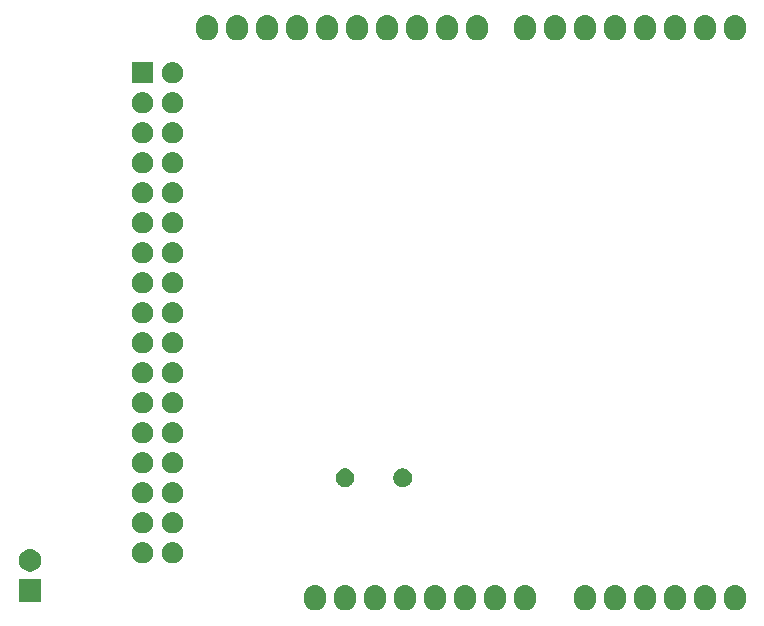
<source format=gbs>
G04 #@! TF.GenerationSoftware,KiCad,Pcbnew,(5.1.6)-1*
G04 #@! TF.CreationDate,2020-07-15T23:06:39+09:00*
G04 #@! TF.ProjectId,fdshield,66647368-6965-46c6-942e-6b696361645f,rev?*
G04 #@! TF.SameCoordinates,Original*
G04 #@! TF.FileFunction,Soldermask,Bot*
G04 #@! TF.FilePolarity,Negative*
%FSLAX46Y46*%
G04 Gerber Fmt 4.6, Leading zero omitted, Abs format (unit mm)*
G04 Created by KiCad (PCBNEW (5.1.6)-1) date 2020-07-15 23:06:39*
%MOMM*%
%LPD*%
G01*
G04 APERTURE LIST*
%ADD10C,0.100000*%
G04 APERTURE END LIST*
D10*
G36*
X139117096Y-122772219D02*
G01*
X139265084Y-122817111D01*
X139289314Y-122824461D01*
X139438947Y-122904442D01*
X139448024Y-122909294D01*
X139587138Y-123023462D01*
X139701306Y-123162575D01*
X139701307Y-123162577D01*
X139786139Y-123321285D01*
X139793489Y-123345515D01*
X139838381Y-123493503D01*
X139851600Y-123627722D01*
X139851600Y-124022277D01*
X139838381Y-124156496D01*
X139793489Y-124304485D01*
X139786139Y-124328715D01*
X139706158Y-124478348D01*
X139701306Y-124487425D01*
X139587138Y-124626538D01*
X139448025Y-124740706D01*
X139448023Y-124740707D01*
X139289315Y-124825539D01*
X139265085Y-124832889D01*
X139117097Y-124877781D01*
X138938000Y-124895420D01*
X138758904Y-124877781D01*
X138610916Y-124832889D01*
X138586686Y-124825539D01*
X138427978Y-124740707D01*
X138427976Y-124740706D01*
X138347115Y-124674345D01*
X138288860Y-124626536D01*
X138174695Y-124487426D01*
X138089861Y-124328715D01*
X138082511Y-124304485D01*
X138037619Y-124156497D01*
X138024400Y-124022278D01*
X138024400Y-123627723D01*
X138037619Y-123493504D01*
X138089860Y-123321290D01*
X138089861Y-123321286D01*
X138174693Y-123162578D01*
X138174694Y-123162576D01*
X138288862Y-123023462D01*
X138427975Y-122909294D01*
X138437052Y-122904442D01*
X138586685Y-122824461D01*
X138610915Y-122817111D01*
X138758903Y-122772219D01*
X138938000Y-122754580D01*
X139117096Y-122772219D01*
G37*
G36*
X172137096Y-122772219D02*
G01*
X172285084Y-122817111D01*
X172309314Y-122824461D01*
X172458947Y-122904442D01*
X172468024Y-122909294D01*
X172607138Y-123023462D01*
X172721306Y-123162575D01*
X172721307Y-123162577D01*
X172806139Y-123321285D01*
X172813489Y-123345515D01*
X172858381Y-123493503D01*
X172871600Y-123627722D01*
X172871600Y-124022277D01*
X172858381Y-124156496D01*
X172813489Y-124304485D01*
X172806139Y-124328715D01*
X172726158Y-124478348D01*
X172721306Y-124487425D01*
X172607138Y-124626538D01*
X172468025Y-124740706D01*
X172468023Y-124740707D01*
X172309315Y-124825539D01*
X172285085Y-124832889D01*
X172137097Y-124877781D01*
X171958000Y-124895420D01*
X171778904Y-124877781D01*
X171630916Y-124832889D01*
X171606686Y-124825539D01*
X171447978Y-124740707D01*
X171447976Y-124740706D01*
X171367115Y-124674345D01*
X171308860Y-124626536D01*
X171194695Y-124487426D01*
X171109861Y-124328715D01*
X171102511Y-124304485D01*
X171057619Y-124156497D01*
X171044400Y-124022278D01*
X171044400Y-123627723D01*
X171057619Y-123493504D01*
X171109860Y-123321290D01*
X171109861Y-123321286D01*
X171194693Y-123162578D01*
X171194694Y-123162576D01*
X171308862Y-123023462D01*
X171447975Y-122909294D01*
X171457052Y-122904442D01*
X171606685Y-122824461D01*
X171630915Y-122817111D01*
X171778903Y-122772219D01*
X171958000Y-122754580D01*
X172137096Y-122772219D01*
G37*
G36*
X174677096Y-122772219D02*
G01*
X174825084Y-122817111D01*
X174849314Y-122824461D01*
X174998947Y-122904442D01*
X175008024Y-122909294D01*
X175147138Y-123023462D01*
X175261306Y-123162575D01*
X175261307Y-123162577D01*
X175346139Y-123321285D01*
X175353489Y-123345515D01*
X175398381Y-123493503D01*
X175411600Y-123627722D01*
X175411600Y-124022277D01*
X175398381Y-124156496D01*
X175353489Y-124304485D01*
X175346139Y-124328715D01*
X175266158Y-124478348D01*
X175261306Y-124487425D01*
X175147138Y-124626538D01*
X175008025Y-124740706D01*
X175008023Y-124740707D01*
X174849315Y-124825539D01*
X174825085Y-124832889D01*
X174677097Y-124877781D01*
X174498000Y-124895420D01*
X174318904Y-124877781D01*
X174170916Y-124832889D01*
X174146686Y-124825539D01*
X173987978Y-124740707D01*
X173987976Y-124740706D01*
X173907115Y-124674345D01*
X173848860Y-124626536D01*
X173734695Y-124487426D01*
X173649861Y-124328715D01*
X173642511Y-124304485D01*
X173597619Y-124156497D01*
X173584400Y-124022278D01*
X173584400Y-123627723D01*
X173597619Y-123493504D01*
X173649860Y-123321290D01*
X173649861Y-123321286D01*
X173734693Y-123162578D01*
X173734694Y-123162576D01*
X173848862Y-123023462D01*
X173987975Y-122909294D01*
X173997052Y-122904442D01*
X174146685Y-122824461D01*
X174170915Y-122817111D01*
X174318903Y-122772219D01*
X174498000Y-122754580D01*
X174677096Y-122772219D01*
G37*
G36*
X169597096Y-122772219D02*
G01*
X169745084Y-122817111D01*
X169769314Y-122824461D01*
X169918947Y-122904442D01*
X169928024Y-122909294D01*
X170067138Y-123023462D01*
X170181306Y-123162575D01*
X170181307Y-123162577D01*
X170266139Y-123321285D01*
X170273489Y-123345515D01*
X170318381Y-123493503D01*
X170331600Y-123627722D01*
X170331600Y-124022277D01*
X170318381Y-124156496D01*
X170273489Y-124304485D01*
X170266139Y-124328715D01*
X170186158Y-124478348D01*
X170181306Y-124487425D01*
X170067138Y-124626538D01*
X169928025Y-124740706D01*
X169928023Y-124740707D01*
X169769315Y-124825539D01*
X169745085Y-124832889D01*
X169597097Y-124877781D01*
X169418000Y-124895420D01*
X169238904Y-124877781D01*
X169090916Y-124832889D01*
X169066686Y-124825539D01*
X168907978Y-124740707D01*
X168907976Y-124740706D01*
X168827115Y-124674345D01*
X168768860Y-124626536D01*
X168654695Y-124487426D01*
X168569861Y-124328715D01*
X168562511Y-124304485D01*
X168517619Y-124156497D01*
X168504400Y-124022278D01*
X168504400Y-123627723D01*
X168517619Y-123493504D01*
X168569860Y-123321290D01*
X168569861Y-123321286D01*
X168654693Y-123162578D01*
X168654694Y-123162576D01*
X168768862Y-123023462D01*
X168907975Y-122909294D01*
X168917052Y-122904442D01*
X169066685Y-122824461D01*
X169090915Y-122817111D01*
X169238903Y-122772219D01*
X169418000Y-122754580D01*
X169597096Y-122772219D01*
G37*
G36*
X167057096Y-122772219D02*
G01*
X167205084Y-122817111D01*
X167229314Y-122824461D01*
X167378947Y-122904442D01*
X167388024Y-122909294D01*
X167527138Y-123023462D01*
X167641306Y-123162575D01*
X167641307Y-123162577D01*
X167726139Y-123321285D01*
X167733489Y-123345515D01*
X167778381Y-123493503D01*
X167791600Y-123627722D01*
X167791600Y-124022277D01*
X167778381Y-124156496D01*
X167733489Y-124304485D01*
X167726139Y-124328715D01*
X167646158Y-124478348D01*
X167641306Y-124487425D01*
X167527138Y-124626538D01*
X167388025Y-124740706D01*
X167388023Y-124740707D01*
X167229315Y-124825539D01*
X167205085Y-124832889D01*
X167057097Y-124877781D01*
X166878000Y-124895420D01*
X166698904Y-124877781D01*
X166550916Y-124832889D01*
X166526686Y-124825539D01*
X166367978Y-124740707D01*
X166367976Y-124740706D01*
X166287115Y-124674345D01*
X166228860Y-124626536D01*
X166114695Y-124487426D01*
X166029861Y-124328715D01*
X166022511Y-124304485D01*
X165977619Y-124156497D01*
X165964400Y-124022278D01*
X165964400Y-123627723D01*
X165977619Y-123493504D01*
X166029860Y-123321290D01*
X166029861Y-123321286D01*
X166114693Y-123162578D01*
X166114694Y-123162576D01*
X166228862Y-123023462D01*
X166367975Y-122909294D01*
X166377052Y-122904442D01*
X166526685Y-122824461D01*
X166550915Y-122817111D01*
X166698903Y-122772219D01*
X166878000Y-122754580D01*
X167057096Y-122772219D01*
G37*
G36*
X164517096Y-122772219D02*
G01*
X164665084Y-122817111D01*
X164689314Y-122824461D01*
X164838947Y-122904442D01*
X164848024Y-122909294D01*
X164987138Y-123023462D01*
X165101306Y-123162575D01*
X165101307Y-123162577D01*
X165186139Y-123321285D01*
X165193489Y-123345515D01*
X165238381Y-123493503D01*
X165251600Y-123627722D01*
X165251600Y-124022277D01*
X165238381Y-124156496D01*
X165193489Y-124304485D01*
X165186139Y-124328715D01*
X165106158Y-124478348D01*
X165101306Y-124487425D01*
X164987138Y-124626538D01*
X164848025Y-124740706D01*
X164848023Y-124740707D01*
X164689315Y-124825539D01*
X164665085Y-124832889D01*
X164517097Y-124877781D01*
X164338000Y-124895420D01*
X164158904Y-124877781D01*
X164010916Y-124832889D01*
X163986686Y-124825539D01*
X163827978Y-124740707D01*
X163827976Y-124740706D01*
X163747115Y-124674345D01*
X163688860Y-124626536D01*
X163574695Y-124487426D01*
X163489861Y-124328715D01*
X163482511Y-124304485D01*
X163437619Y-124156497D01*
X163424400Y-124022278D01*
X163424400Y-123627723D01*
X163437619Y-123493504D01*
X163489860Y-123321290D01*
X163489861Y-123321286D01*
X163574693Y-123162578D01*
X163574694Y-123162576D01*
X163688862Y-123023462D01*
X163827975Y-122909294D01*
X163837052Y-122904442D01*
X163986685Y-122824461D01*
X164010915Y-122817111D01*
X164158903Y-122772219D01*
X164338000Y-122754580D01*
X164517096Y-122772219D01*
G37*
G36*
X161977096Y-122772219D02*
G01*
X162125084Y-122817111D01*
X162149314Y-122824461D01*
X162298947Y-122904442D01*
X162308024Y-122909294D01*
X162447138Y-123023462D01*
X162561306Y-123162575D01*
X162561307Y-123162577D01*
X162646139Y-123321285D01*
X162653489Y-123345515D01*
X162698381Y-123493503D01*
X162711600Y-123627722D01*
X162711600Y-124022277D01*
X162698381Y-124156496D01*
X162653489Y-124304485D01*
X162646139Y-124328715D01*
X162566158Y-124478348D01*
X162561306Y-124487425D01*
X162447138Y-124626538D01*
X162308025Y-124740706D01*
X162308023Y-124740707D01*
X162149315Y-124825539D01*
X162125085Y-124832889D01*
X161977097Y-124877781D01*
X161798000Y-124895420D01*
X161618904Y-124877781D01*
X161470916Y-124832889D01*
X161446686Y-124825539D01*
X161287978Y-124740707D01*
X161287976Y-124740706D01*
X161207115Y-124674345D01*
X161148860Y-124626536D01*
X161034695Y-124487426D01*
X160949861Y-124328715D01*
X160942511Y-124304485D01*
X160897619Y-124156497D01*
X160884400Y-124022278D01*
X160884400Y-123627723D01*
X160897619Y-123493504D01*
X160949860Y-123321290D01*
X160949861Y-123321286D01*
X161034693Y-123162578D01*
X161034694Y-123162576D01*
X161148862Y-123023462D01*
X161287975Y-122909294D01*
X161297052Y-122904442D01*
X161446685Y-122824461D01*
X161470915Y-122817111D01*
X161618903Y-122772219D01*
X161798000Y-122754580D01*
X161977096Y-122772219D01*
G37*
G36*
X156897096Y-122772219D02*
G01*
X157045084Y-122817111D01*
X157069314Y-122824461D01*
X157218947Y-122904442D01*
X157228024Y-122909294D01*
X157367138Y-123023462D01*
X157481306Y-123162575D01*
X157481307Y-123162577D01*
X157566139Y-123321285D01*
X157573489Y-123345515D01*
X157618381Y-123493503D01*
X157631600Y-123627722D01*
X157631600Y-124022277D01*
X157618381Y-124156496D01*
X157573489Y-124304485D01*
X157566139Y-124328715D01*
X157486158Y-124478348D01*
X157481306Y-124487425D01*
X157367138Y-124626538D01*
X157228025Y-124740706D01*
X157228023Y-124740707D01*
X157069315Y-124825539D01*
X157045085Y-124832889D01*
X156897097Y-124877781D01*
X156718000Y-124895420D01*
X156538904Y-124877781D01*
X156390916Y-124832889D01*
X156366686Y-124825539D01*
X156207978Y-124740707D01*
X156207976Y-124740706D01*
X156127115Y-124674345D01*
X156068860Y-124626536D01*
X155954695Y-124487426D01*
X155869861Y-124328715D01*
X155862511Y-124304485D01*
X155817619Y-124156497D01*
X155804400Y-124022278D01*
X155804400Y-123627723D01*
X155817619Y-123493504D01*
X155869860Y-123321290D01*
X155869861Y-123321286D01*
X155954693Y-123162578D01*
X155954694Y-123162576D01*
X156068862Y-123023462D01*
X156207975Y-122909294D01*
X156217052Y-122904442D01*
X156366685Y-122824461D01*
X156390915Y-122817111D01*
X156538903Y-122772219D01*
X156718000Y-122754580D01*
X156897096Y-122772219D01*
G37*
G36*
X151817096Y-122772219D02*
G01*
X151965084Y-122817111D01*
X151989314Y-122824461D01*
X152138947Y-122904442D01*
X152148024Y-122909294D01*
X152287138Y-123023462D01*
X152401306Y-123162575D01*
X152401307Y-123162577D01*
X152486139Y-123321285D01*
X152493489Y-123345515D01*
X152538381Y-123493503D01*
X152551600Y-123627722D01*
X152551600Y-124022277D01*
X152538381Y-124156496D01*
X152493489Y-124304485D01*
X152486139Y-124328715D01*
X152406158Y-124478348D01*
X152401306Y-124487425D01*
X152287138Y-124626538D01*
X152148025Y-124740706D01*
X152148023Y-124740707D01*
X151989315Y-124825539D01*
X151965085Y-124832889D01*
X151817097Y-124877781D01*
X151638000Y-124895420D01*
X151458904Y-124877781D01*
X151310916Y-124832889D01*
X151286686Y-124825539D01*
X151127978Y-124740707D01*
X151127976Y-124740706D01*
X151047115Y-124674345D01*
X150988860Y-124626536D01*
X150874695Y-124487426D01*
X150789861Y-124328715D01*
X150782511Y-124304485D01*
X150737619Y-124156497D01*
X150724400Y-124022278D01*
X150724400Y-123627723D01*
X150737619Y-123493504D01*
X150789860Y-123321290D01*
X150789861Y-123321286D01*
X150874693Y-123162578D01*
X150874694Y-123162576D01*
X150988862Y-123023462D01*
X151127975Y-122909294D01*
X151137052Y-122904442D01*
X151286685Y-122824461D01*
X151310915Y-122817111D01*
X151458903Y-122772219D01*
X151638000Y-122754580D01*
X151817096Y-122772219D01*
G37*
G36*
X149277096Y-122772219D02*
G01*
X149425084Y-122817111D01*
X149449314Y-122824461D01*
X149598947Y-122904442D01*
X149608024Y-122909294D01*
X149747138Y-123023462D01*
X149861306Y-123162575D01*
X149861307Y-123162577D01*
X149946139Y-123321285D01*
X149953489Y-123345515D01*
X149998381Y-123493503D01*
X150011600Y-123627722D01*
X150011600Y-124022277D01*
X149998381Y-124156496D01*
X149953489Y-124304485D01*
X149946139Y-124328715D01*
X149866158Y-124478348D01*
X149861306Y-124487425D01*
X149747138Y-124626538D01*
X149608025Y-124740706D01*
X149608023Y-124740707D01*
X149449315Y-124825539D01*
X149425085Y-124832889D01*
X149277097Y-124877781D01*
X149098000Y-124895420D01*
X148918904Y-124877781D01*
X148770916Y-124832889D01*
X148746686Y-124825539D01*
X148587978Y-124740707D01*
X148587976Y-124740706D01*
X148507115Y-124674345D01*
X148448860Y-124626536D01*
X148334695Y-124487426D01*
X148249861Y-124328715D01*
X148242511Y-124304485D01*
X148197619Y-124156497D01*
X148184400Y-124022278D01*
X148184400Y-123627723D01*
X148197619Y-123493504D01*
X148249860Y-123321290D01*
X148249861Y-123321286D01*
X148334693Y-123162578D01*
X148334694Y-123162576D01*
X148448862Y-123023462D01*
X148587975Y-122909294D01*
X148597052Y-122904442D01*
X148746685Y-122824461D01*
X148770915Y-122817111D01*
X148918903Y-122772219D01*
X149098000Y-122754580D01*
X149277096Y-122772219D01*
G37*
G36*
X146737096Y-122772219D02*
G01*
X146885084Y-122817111D01*
X146909314Y-122824461D01*
X147058947Y-122904442D01*
X147068024Y-122909294D01*
X147207138Y-123023462D01*
X147321306Y-123162575D01*
X147321307Y-123162577D01*
X147406139Y-123321285D01*
X147413489Y-123345515D01*
X147458381Y-123493503D01*
X147471600Y-123627722D01*
X147471600Y-124022277D01*
X147458381Y-124156496D01*
X147413489Y-124304485D01*
X147406139Y-124328715D01*
X147326158Y-124478348D01*
X147321306Y-124487425D01*
X147207138Y-124626538D01*
X147068025Y-124740706D01*
X147068023Y-124740707D01*
X146909315Y-124825539D01*
X146885085Y-124832889D01*
X146737097Y-124877781D01*
X146558000Y-124895420D01*
X146378904Y-124877781D01*
X146230916Y-124832889D01*
X146206686Y-124825539D01*
X146047978Y-124740707D01*
X146047976Y-124740706D01*
X145967115Y-124674345D01*
X145908860Y-124626536D01*
X145794695Y-124487426D01*
X145709861Y-124328715D01*
X145702511Y-124304485D01*
X145657619Y-124156497D01*
X145644400Y-124022278D01*
X145644400Y-123627723D01*
X145657619Y-123493504D01*
X145709860Y-123321290D01*
X145709861Y-123321286D01*
X145794693Y-123162578D01*
X145794694Y-123162576D01*
X145908862Y-123023462D01*
X146047975Y-122909294D01*
X146057052Y-122904442D01*
X146206685Y-122824461D01*
X146230915Y-122817111D01*
X146378903Y-122772219D01*
X146558000Y-122754580D01*
X146737096Y-122772219D01*
G37*
G36*
X144197096Y-122772219D02*
G01*
X144345084Y-122817111D01*
X144369314Y-122824461D01*
X144518947Y-122904442D01*
X144528024Y-122909294D01*
X144667138Y-123023462D01*
X144781306Y-123162575D01*
X144781307Y-123162577D01*
X144866139Y-123321285D01*
X144873489Y-123345515D01*
X144918381Y-123493503D01*
X144931600Y-123627722D01*
X144931600Y-124022277D01*
X144918381Y-124156496D01*
X144873489Y-124304485D01*
X144866139Y-124328715D01*
X144786158Y-124478348D01*
X144781306Y-124487425D01*
X144667138Y-124626538D01*
X144528025Y-124740706D01*
X144528023Y-124740707D01*
X144369315Y-124825539D01*
X144345085Y-124832889D01*
X144197097Y-124877781D01*
X144018000Y-124895420D01*
X143838904Y-124877781D01*
X143690916Y-124832889D01*
X143666686Y-124825539D01*
X143507978Y-124740707D01*
X143507976Y-124740706D01*
X143427115Y-124674345D01*
X143368860Y-124626536D01*
X143254695Y-124487426D01*
X143169861Y-124328715D01*
X143162511Y-124304485D01*
X143117619Y-124156497D01*
X143104400Y-124022278D01*
X143104400Y-123627723D01*
X143117619Y-123493504D01*
X143169860Y-123321290D01*
X143169861Y-123321286D01*
X143254693Y-123162578D01*
X143254694Y-123162576D01*
X143368862Y-123023462D01*
X143507975Y-122909294D01*
X143517052Y-122904442D01*
X143666685Y-122824461D01*
X143690915Y-122817111D01*
X143838903Y-122772219D01*
X144018000Y-122754580D01*
X144197096Y-122772219D01*
G37*
G36*
X141657096Y-122772219D02*
G01*
X141805084Y-122817111D01*
X141829314Y-122824461D01*
X141978947Y-122904442D01*
X141988024Y-122909294D01*
X142127138Y-123023462D01*
X142241306Y-123162575D01*
X142241307Y-123162577D01*
X142326139Y-123321285D01*
X142333489Y-123345515D01*
X142378381Y-123493503D01*
X142391600Y-123627722D01*
X142391600Y-124022277D01*
X142378381Y-124156496D01*
X142333489Y-124304485D01*
X142326139Y-124328715D01*
X142246158Y-124478348D01*
X142241306Y-124487425D01*
X142127138Y-124626538D01*
X141988025Y-124740706D01*
X141988023Y-124740707D01*
X141829315Y-124825539D01*
X141805085Y-124832889D01*
X141657097Y-124877781D01*
X141478000Y-124895420D01*
X141298904Y-124877781D01*
X141150916Y-124832889D01*
X141126686Y-124825539D01*
X140967978Y-124740707D01*
X140967976Y-124740706D01*
X140887115Y-124674345D01*
X140828860Y-124626536D01*
X140714695Y-124487426D01*
X140629861Y-124328715D01*
X140622511Y-124304485D01*
X140577619Y-124156497D01*
X140564400Y-124022278D01*
X140564400Y-123627723D01*
X140577619Y-123493504D01*
X140629860Y-123321290D01*
X140629861Y-123321286D01*
X140714693Y-123162578D01*
X140714694Y-123162576D01*
X140828862Y-123023462D01*
X140967975Y-122909294D01*
X140977052Y-122904442D01*
X141126685Y-122824461D01*
X141150915Y-122817111D01*
X141298903Y-122772219D01*
X141478000Y-122754580D01*
X141657096Y-122772219D01*
G37*
G36*
X154357096Y-122772219D02*
G01*
X154505084Y-122817111D01*
X154529314Y-122824461D01*
X154678947Y-122904442D01*
X154688024Y-122909294D01*
X154827138Y-123023462D01*
X154941306Y-123162575D01*
X154941307Y-123162577D01*
X155026139Y-123321285D01*
X155033489Y-123345515D01*
X155078381Y-123493503D01*
X155091600Y-123627722D01*
X155091600Y-124022277D01*
X155078381Y-124156496D01*
X155033489Y-124304485D01*
X155026139Y-124328715D01*
X154946158Y-124478348D01*
X154941306Y-124487425D01*
X154827138Y-124626538D01*
X154688025Y-124740706D01*
X154688023Y-124740707D01*
X154529315Y-124825539D01*
X154505085Y-124832889D01*
X154357097Y-124877781D01*
X154178000Y-124895420D01*
X153998904Y-124877781D01*
X153850916Y-124832889D01*
X153826686Y-124825539D01*
X153667978Y-124740707D01*
X153667976Y-124740706D01*
X153587115Y-124674345D01*
X153528860Y-124626536D01*
X153414695Y-124487426D01*
X153329861Y-124328715D01*
X153322511Y-124304485D01*
X153277619Y-124156497D01*
X153264400Y-124022278D01*
X153264400Y-123627723D01*
X153277619Y-123493504D01*
X153329860Y-123321290D01*
X153329861Y-123321286D01*
X153414693Y-123162578D01*
X153414694Y-123162576D01*
X153528862Y-123023462D01*
X153667975Y-122909294D01*
X153677052Y-122904442D01*
X153826685Y-122824461D01*
X153850915Y-122817111D01*
X153998903Y-122772219D01*
X154178000Y-122754580D01*
X154357096Y-122772219D01*
G37*
G36*
X115758000Y-124140000D02*
G01*
X113858000Y-124140000D01*
X113858000Y-122240000D01*
X115758000Y-122240000D01*
X115758000Y-124140000D01*
G37*
G36*
X115023926Y-119724339D02*
G01*
X115085106Y-119736508D01*
X115257993Y-119808120D01*
X115413591Y-119912088D01*
X115545912Y-120044409D01*
X115649880Y-120200007D01*
X115721492Y-120372894D01*
X115758000Y-120556435D01*
X115758000Y-120743565D01*
X115721492Y-120927106D01*
X115649880Y-121099993D01*
X115545912Y-121255591D01*
X115413591Y-121387912D01*
X115257993Y-121491880D01*
X115085106Y-121563492D01*
X115023926Y-121575661D01*
X114901567Y-121600000D01*
X114714433Y-121600000D01*
X114592074Y-121575661D01*
X114530894Y-121563492D01*
X114358007Y-121491880D01*
X114202409Y-121387912D01*
X114070088Y-121255591D01*
X113966120Y-121099993D01*
X113894508Y-120927106D01*
X113858000Y-120743565D01*
X113858000Y-120556435D01*
X113894508Y-120372894D01*
X113966120Y-120200007D01*
X114070088Y-120044409D01*
X114202409Y-119912088D01*
X114358007Y-119808120D01*
X114530894Y-119736508D01*
X114592074Y-119724339D01*
X114714433Y-119700000D01*
X114901567Y-119700000D01*
X115023926Y-119724339D01*
G37*
G36*
X124595520Y-119149586D02*
G01*
X124759310Y-119217430D01*
X124906717Y-119315924D01*
X125032076Y-119441283D01*
X125130570Y-119588690D01*
X125198414Y-119752480D01*
X125233000Y-119926358D01*
X125233000Y-120103642D01*
X125198414Y-120277520D01*
X125130570Y-120441310D01*
X125032076Y-120588717D01*
X124906717Y-120714076D01*
X124759310Y-120812570D01*
X124595520Y-120880414D01*
X124421642Y-120915000D01*
X124244358Y-120915000D01*
X124070480Y-120880414D01*
X123906690Y-120812570D01*
X123759283Y-120714076D01*
X123633924Y-120588717D01*
X123535430Y-120441310D01*
X123467586Y-120277520D01*
X123433000Y-120103642D01*
X123433000Y-119926358D01*
X123467586Y-119752480D01*
X123535430Y-119588690D01*
X123633924Y-119441283D01*
X123759283Y-119315924D01*
X123906690Y-119217430D01*
X124070480Y-119149586D01*
X124244358Y-119115000D01*
X124421642Y-119115000D01*
X124595520Y-119149586D01*
G37*
G36*
X127135520Y-119149586D02*
G01*
X127299310Y-119217430D01*
X127446717Y-119315924D01*
X127572076Y-119441283D01*
X127670570Y-119588690D01*
X127738414Y-119752480D01*
X127773000Y-119926358D01*
X127773000Y-120103642D01*
X127738414Y-120277520D01*
X127670570Y-120441310D01*
X127572076Y-120588717D01*
X127446717Y-120714076D01*
X127299310Y-120812570D01*
X127135520Y-120880414D01*
X126961642Y-120915000D01*
X126784358Y-120915000D01*
X126610480Y-120880414D01*
X126446690Y-120812570D01*
X126299283Y-120714076D01*
X126173924Y-120588717D01*
X126075430Y-120441310D01*
X126007586Y-120277520D01*
X125973000Y-120103642D01*
X125973000Y-119926358D01*
X126007586Y-119752480D01*
X126075430Y-119588690D01*
X126173924Y-119441283D01*
X126299283Y-119315924D01*
X126446690Y-119217430D01*
X126610480Y-119149586D01*
X126784358Y-119115000D01*
X126961642Y-119115000D01*
X127135520Y-119149586D01*
G37*
G36*
X124595520Y-116609586D02*
G01*
X124759310Y-116677430D01*
X124906717Y-116775924D01*
X125032076Y-116901283D01*
X125130570Y-117048690D01*
X125198414Y-117212480D01*
X125233000Y-117386358D01*
X125233000Y-117563642D01*
X125198414Y-117737520D01*
X125130570Y-117901310D01*
X125032076Y-118048717D01*
X124906717Y-118174076D01*
X124759310Y-118272570D01*
X124595520Y-118340414D01*
X124421642Y-118375000D01*
X124244358Y-118375000D01*
X124070480Y-118340414D01*
X123906690Y-118272570D01*
X123759283Y-118174076D01*
X123633924Y-118048717D01*
X123535430Y-117901310D01*
X123467586Y-117737520D01*
X123433000Y-117563642D01*
X123433000Y-117386358D01*
X123467586Y-117212480D01*
X123535430Y-117048690D01*
X123633924Y-116901283D01*
X123759283Y-116775924D01*
X123906690Y-116677430D01*
X124070480Y-116609586D01*
X124244358Y-116575000D01*
X124421642Y-116575000D01*
X124595520Y-116609586D01*
G37*
G36*
X127135520Y-116609586D02*
G01*
X127299310Y-116677430D01*
X127446717Y-116775924D01*
X127572076Y-116901283D01*
X127670570Y-117048690D01*
X127738414Y-117212480D01*
X127773000Y-117386358D01*
X127773000Y-117563642D01*
X127738414Y-117737520D01*
X127670570Y-117901310D01*
X127572076Y-118048717D01*
X127446717Y-118174076D01*
X127299310Y-118272570D01*
X127135520Y-118340414D01*
X126961642Y-118375000D01*
X126784358Y-118375000D01*
X126610480Y-118340414D01*
X126446690Y-118272570D01*
X126299283Y-118174076D01*
X126173924Y-118048717D01*
X126075430Y-117901310D01*
X126007586Y-117737520D01*
X125973000Y-117563642D01*
X125973000Y-117386358D01*
X126007586Y-117212480D01*
X126075430Y-117048690D01*
X126173924Y-116901283D01*
X126299283Y-116775924D01*
X126446690Y-116677430D01*
X126610480Y-116609586D01*
X126784358Y-116575000D01*
X126961642Y-116575000D01*
X127135520Y-116609586D01*
G37*
G36*
X124595520Y-114069586D02*
G01*
X124759310Y-114137430D01*
X124906717Y-114235924D01*
X125032076Y-114361283D01*
X125130570Y-114508690D01*
X125198414Y-114672480D01*
X125233000Y-114846358D01*
X125233000Y-115023642D01*
X125198414Y-115197520D01*
X125130570Y-115361310D01*
X125032076Y-115508717D01*
X124906717Y-115634076D01*
X124759310Y-115732570D01*
X124595520Y-115800414D01*
X124421642Y-115835000D01*
X124244358Y-115835000D01*
X124070480Y-115800414D01*
X123906690Y-115732570D01*
X123759283Y-115634076D01*
X123633924Y-115508717D01*
X123535430Y-115361310D01*
X123467586Y-115197520D01*
X123433000Y-115023642D01*
X123433000Y-114846358D01*
X123467586Y-114672480D01*
X123535430Y-114508690D01*
X123633924Y-114361283D01*
X123759283Y-114235924D01*
X123906690Y-114137430D01*
X124070480Y-114069586D01*
X124244358Y-114035000D01*
X124421642Y-114035000D01*
X124595520Y-114069586D01*
G37*
G36*
X127135520Y-114069586D02*
G01*
X127299310Y-114137430D01*
X127446717Y-114235924D01*
X127572076Y-114361283D01*
X127670570Y-114508690D01*
X127738414Y-114672480D01*
X127773000Y-114846358D01*
X127773000Y-115023642D01*
X127738414Y-115197520D01*
X127670570Y-115361310D01*
X127572076Y-115508717D01*
X127446717Y-115634076D01*
X127299310Y-115732570D01*
X127135520Y-115800414D01*
X126961642Y-115835000D01*
X126784358Y-115835000D01*
X126610480Y-115800414D01*
X126446690Y-115732570D01*
X126299283Y-115634076D01*
X126173924Y-115508717D01*
X126075430Y-115361310D01*
X126007586Y-115197520D01*
X125973000Y-115023642D01*
X125973000Y-114846358D01*
X126007586Y-114672480D01*
X126075430Y-114508690D01*
X126173924Y-114361283D01*
X126299283Y-114235924D01*
X126446690Y-114137430D01*
X126610480Y-114069586D01*
X126784358Y-114035000D01*
X126961642Y-114035000D01*
X127135520Y-114069586D01*
G37*
G36*
X146591351Y-112895743D02*
G01*
X146736942Y-112956049D01*
X146867970Y-113043599D01*
X146979401Y-113155030D01*
X147066951Y-113286058D01*
X147127257Y-113431649D01*
X147158000Y-113586207D01*
X147158000Y-113743793D01*
X147127257Y-113898351D01*
X147066951Y-114043942D01*
X146979401Y-114174970D01*
X146867970Y-114286401D01*
X146736942Y-114373951D01*
X146591351Y-114434257D01*
X146436793Y-114465000D01*
X146279207Y-114465000D01*
X146124649Y-114434257D01*
X145979058Y-114373951D01*
X145848030Y-114286401D01*
X145736599Y-114174970D01*
X145649049Y-114043942D01*
X145588743Y-113898351D01*
X145558000Y-113743793D01*
X145558000Y-113586207D01*
X145588743Y-113431649D01*
X145649049Y-113286058D01*
X145736599Y-113155030D01*
X145848030Y-113043599D01*
X145979058Y-112956049D01*
X146124649Y-112895743D01*
X146279207Y-112865000D01*
X146436793Y-112865000D01*
X146591351Y-112895743D01*
G37*
G36*
X141711351Y-112895743D02*
G01*
X141856942Y-112956049D01*
X141987970Y-113043599D01*
X142099401Y-113155030D01*
X142186951Y-113286058D01*
X142247257Y-113431649D01*
X142278000Y-113586207D01*
X142278000Y-113743793D01*
X142247257Y-113898351D01*
X142186951Y-114043942D01*
X142099401Y-114174970D01*
X141987970Y-114286401D01*
X141856942Y-114373951D01*
X141711351Y-114434257D01*
X141556793Y-114465000D01*
X141399207Y-114465000D01*
X141244649Y-114434257D01*
X141099058Y-114373951D01*
X140968030Y-114286401D01*
X140856599Y-114174970D01*
X140769049Y-114043942D01*
X140708743Y-113898351D01*
X140678000Y-113743793D01*
X140678000Y-113586207D01*
X140708743Y-113431649D01*
X140769049Y-113286058D01*
X140856599Y-113155030D01*
X140968030Y-113043599D01*
X141099058Y-112956049D01*
X141244649Y-112895743D01*
X141399207Y-112865000D01*
X141556793Y-112865000D01*
X141711351Y-112895743D01*
G37*
G36*
X127135520Y-111529586D02*
G01*
X127299310Y-111597430D01*
X127446717Y-111695924D01*
X127572076Y-111821283D01*
X127670570Y-111968690D01*
X127738414Y-112132480D01*
X127773000Y-112306358D01*
X127773000Y-112483642D01*
X127738414Y-112657520D01*
X127670570Y-112821310D01*
X127572076Y-112968717D01*
X127446717Y-113094076D01*
X127299310Y-113192570D01*
X127135520Y-113260414D01*
X126961642Y-113295000D01*
X126784358Y-113295000D01*
X126610480Y-113260414D01*
X126446690Y-113192570D01*
X126299283Y-113094076D01*
X126173924Y-112968717D01*
X126075430Y-112821310D01*
X126007586Y-112657520D01*
X125973000Y-112483642D01*
X125973000Y-112306358D01*
X126007586Y-112132480D01*
X126075430Y-111968690D01*
X126173924Y-111821283D01*
X126299283Y-111695924D01*
X126446690Y-111597430D01*
X126610480Y-111529586D01*
X126784358Y-111495000D01*
X126961642Y-111495000D01*
X127135520Y-111529586D01*
G37*
G36*
X124595520Y-111529586D02*
G01*
X124759310Y-111597430D01*
X124906717Y-111695924D01*
X125032076Y-111821283D01*
X125130570Y-111968690D01*
X125198414Y-112132480D01*
X125233000Y-112306358D01*
X125233000Y-112483642D01*
X125198414Y-112657520D01*
X125130570Y-112821310D01*
X125032076Y-112968717D01*
X124906717Y-113094076D01*
X124759310Y-113192570D01*
X124595520Y-113260414D01*
X124421642Y-113295000D01*
X124244358Y-113295000D01*
X124070480Y-113260414D01*
X123906690Y-113192570D01*
X123759283Y-113094076D01*
X123633924Y-112968717D01*
X123535430Y-112821310D01*
X123467586Y-112657520D01*
X123433000Y-112483642D01*
X123433000Y-112306358D01*
X123467586Y-112132480D01*
X123535430Y-111968690D01*
X123633924Y-111821283D01*
X123759283Y-111695924D01*
X123906690Y-111597430D01*
X124070480Y-111529586D01*
X124244358Y-111495000D01*
X124421642Y-111495000D01*
X124595520Y-111529586D01*
G37*
G36*
X127135520Y-108989586D02*
G01*
X127299310Y-109057430D01*
X127446717Y-109155924D01*
X127572076Y-109281283D01*
X127670570Y-109428690D01*
X127738414Y-109592480D01*
X127773000Y-109766358D01*
X127773000Y-109943642D01*
X127738414Y-110117520D01*
X127670570Y-110281310D01*
X127572076Y-110428717D01*
X127446717Y-110554076D01*
X127299310Y-110652570D01*
X127135520Y-110720414D01*
X126961642Y-110755000D01*
X126784358Y-110755000D01*
X126610480Y-110720414D01*
X126446690Y-110652570D01*
X126299283Y-110554076D01*
X126173924Y-110428717D01*
X126075430Y-110281310D01*
X126007586Y-110117520D01*
X125973000Y-109943642D01*
X125973000Y-109766358D01*
X126007586Y-109592480D01*
X126075430Y-109428690D01*
X126173924Y-109281283D01*
X126299283Y-109155924D01*
X126446690Y-109057430D01*
X126610480Y-108989586D01*
X126784358Y-108955000D01*
X126961642Y-108955000D01*
X127135520Y-108989586D01*
G37*
G36*
X124595520Y-108989586D02*
G01*
X124759310Y-109057430D01*
X124906717Y-109155924D01*
X125032076Y-109281283D01*
X125130570Y-109428690D01*
X125198414Y-109592480D01*
X125233000Y-109766358D01*
X125233000Y-109943642D01*
X125198414Y-110117520D01*
X125130570Y-110281310D01*
X125032076Y-110428717D01*
X124906717Y-110554076D01*
X124759310Y-110652570D01*
X124595520Y-110720414D01*
X124421642Y-110755000D01*
X124244358Y-110755000D01*
X124070480Y-110720414D01*
X123906690Y-110652570D01*
X123759283Y-110554076D01*
X123633924Y-110428717D01*
X123535430Y-110281310D01*
X123467586Y-110117520D01*
X123433000Y-109943642D01*
X123433000Y-109766358D01*
X123467586Y-109592480D01*
X123535430Y-109428690D01*
X123633924Y-109281283D01*
X123759283Y-109155924D01*
X123906690Y-109057430D01*
X124070480Y-108989586D01*
X124244358Y-108955000D01*
X124421642Y-108955000D01*
X124595520Y-108989586D01*
G37*
G36*
X127135520Y-106449586D02*
G01*
X127299310Y-106517430D01*
X127446717Y-106615924D01*
X127572076Y-106741283D01*
X127670570Y-106888690D01*
X127738414Y-107052480D01*
X127773000Y-107226358D01*
X127773000Y-107403642D01*
X127738414Y-107577520D01*
X127670570Y-107741310D01*
X127572076Y-107888717D01*
X127446717Y-108014076D01*
X127299310Y-108112570D01*
X127135520Y-108180414D01*
X126961642Y-108215000D01*
X126784358Y-108215000D01*
X126610480Y-108180414D01*
X126446690Y-108112570D01*
X126299283Y-108014076D01*
X126173924Y-107888717D01*
X126075430Y-107741310D01*
X126007586Y-107577520D01*
X125973000Y-107403642D01*
X125973000Y-107226358D01*
X126007586Y-107052480D01*
X126075430Y-106888690D01*
X126173924Y-106741283D01*
X126299283Y-106615924D01*
X126446690Y-106517430D01*
X126610480Y-106449586D01*
X126784358Y-106415000D01*
X126961642Y-106415000D01*
X127135520Y-106449586D01*
G37*
G36*
X124595520Y-106449586D02*
G01*
X124759310Y-106517430D01*
X124906717Y-106615924D01*
X125032076Y-106741283D01*
X125130570Y-106888690D01*
X125198414Y-107052480D01*
X125233000Y-107226358D01*
X125233000Y-107403642D01*
X125198414Y-107577520D01*
X125130570Y-107741310D01*
X125032076Y-107888717D01*
X124906717Y-108014076D01*
X124759310Y-108112570D01*
X124595520Y-108180414D01*
X124421642Y-108215000D01*
X124244358Y-108215000D01*
X124070480Y-108180414D01*
X123906690Y-108112570D01*
X123759283Y-108014076D01*
X123633924Y-107888717D01*
X123535430Y-107741310D01*
X123467586Y-107577520D01*
X123433000Y-107403642D01*
X123433000Y-107226358D01*
X123467586Y-107052480D01*
X123535430Y-106888690D01*
X123633924Y-106741283D01*
X123759283Y-106615924D01*
X123906690Y-106517430D01*
X124070480Y-106449586D01*
X124244358Y-106415000D01*
X124421642Y-106415000D01*
X124595520Y-106449586D01*
G37*
G36*
X127135520Y-103909586D02*
G01*
X127299310Y-103977430D01*
X127446717Y-104075924D01*
X127572076Y-104201283D01*
X127670570Y-104348690D01*
X127738414Y-104512480D01*
X127773000Y-104686358D01*
X127773000Y-104863642D01*
X127738414Y-105037520D01*
X127670570Y-105201310D01*
X127572076Y-105348717D01*
X127446717Y-105474076D01*
X127299310Y-105572570D01*
X127135520Y-105640414D01*
X126961642Y-105675000D01*
X126784358Y-105675000D01*
X126610480Y-105640414D01*
X126446690Y-105572570D01*
X126299283Y-105474076D01*
X126173924Y-105348717D01*
X126075430Y-105201310D01*
X126007586Y-105037520D01*
X125973000Y-104863642D01*
X125973000Y-104686358D01*
X126007586Y-104512480D01*
X126075430Y-104348690D01*
X126173924Y-104201283D01*
X126299283Y-104075924D01*
X126446690Y-103977430D01*
X126610480Y-103909586D01*
X126784358Y-103875000D01*
X126961642Y-103875000D01*
X127135520Y-103909586D01*
G37*
G36*
X124595520Y-103909586D02*
G01*
X124759310Y-103977430D01*
X124906717Y-104075924D01*
X125032076Y-104201283D01*
X125130570Y-104348690D01*
X125198414Y-104512480D01*
X125233000Y-104686358D01*
X125233000Y-104863642D01*
X125198414Y-105037520D01*
X125130570Y-105201310D01*
X125032076Y-105348717D01*
X124906717Y-105474076D01*
X124759310Y-105572570D01*
X124595520Y-105640414D01*
X124421642Y-105675000D01*
X124244358Y-105675000D01*
X124070480Y-105640414D01*
X123906690Y-105572570D01*
X123759283Y-105474076D01*
X123633924Y-105348717D01*
X123535430Y-105201310D01*
X123467586Y-105037520D01*
X123433000Y-104863642D01*
X123433000Y-104686358D01*
X123467586Y-104512480D01*
X123535430Y-104348690D01*
X123633924Y-104201283D01*
X123759283Y-104075924D01*
X123906690Y-103977430D01*
X124070480Y-103909586D01*
X124244358Y-103875000D01*
X124421642Y-103875000D01*
X124595520Y-103909586D01*
G37*
G36*
X127135520Y-101369586D02*
G01*
X127299310Y-101437430D01*
X127446717Y-101535924D01*
X127572076Y-101661283D01*
X127670570Y-101808690D01*
X127738414Y-101972480D01*
X127773000Y-102146358D01*
X127773000Y-102323642D01*
X127738414Y-102497520D01*
X127670570Y-102661310D01*
X127572076Y-102808717D01*
X127446717Y-102934076D01*
X127299310Y-103032570D01*
X127135520Y-103100414D01*
X126961642Y-103135000D01*
X126784358Y-103135000D01*
X126610480Y-103100414D01*
X126446690Y-103032570D01*
X126299283Y-102934076D01*
X126173924Y-102808717D01*
X126075430Y-102661310D01*
X126007586Y-102497520D01*
X125973000Y-102323642D01*
X125973000Y-102146358D01*
X126007586Y-101972480D01*
X126075430Y-101808690D01*
X126173924Y-101661283D01*
X126299283Y-101535924D01*
X126446690Y-101437430D01*
X126610480Y-101369586D01*
X126784358Y-101335000D01*
X126961642Y-101335000D01*
X127135520Y-101369586D01*
G37*
G36*
X124595520Y-101369586D02*
G01*
X124759310Y-101437430D01*
X124906717Y-101535924D01*
X125032076Y-101661283D01*
X125130570Y-101808690D01*
X125198414Y-101972480D01*
X125233000Y-102146358D01*
X125233000Y-102323642D01*
X125198414Y-102497520D01*
X125130570Y-102661310D01*
X125032076Y-102808717D01*
X124906717Y-102934076D01*
X124759310Y-103032570D01*
X124595520Y-103100414D01*
X124421642Y-103135000D01*
X124244358Y-103135000D01*
X124070480Y-103100414D01*
X123906690Y-103032570D01*
X123759283Y-102934076D01*
X123633924Y-102808717D01*
X123535430Y-102661310D01*
X123467586Y-102497520D01*
X123433000Y-102323642D01*
X123433000Y-102146358D01*
X123467586Y-101972480D01*
X123535430Y-101808690D01*
X123633924Y-101661283D01*
X123759283Y-101535924D01*
X123906690Y-101437430D01*
X124070480Y-101369586D01*
X124244358Y-101335000D01*
X124421642Y-101335000D01*
X124595520Y-101369586D01*
G37*
G36*
X127135520Y-98829586D02*
G01*
X127299310Y-98897430D01*
X127446717Y-98995924D01*
X127572076Y-99121283D01*
X127670570Y-99268690D01*
X127738414Y-99432480D01*
X127773000Y-99606358D01*
X127773000Y-99783642D01*
X127738414Y-99957520D01*
X127670570Y-100121310D01*
X127572076Y-100268717D01*
X127446717Y-100394076D01*
X127299310Y-100492570D01*
X127135520Y-100560414D01*
X126961642Y-100595000D01*
X126784358Y-100595000D01*
X126610480Y-100560414D01*
X126446690Y-100492570D01*
X126299283Y-100394076D01*
X126173924Y-100268717D01*
X126075430Y-100121310D01*
X126007586Y-99957520D01*
X125973000Y-99783642D01*
X125973000Y-99606358D01*
X126007586Y-99432480D01*
X126075430Y-99268690D01*
X126173924Y-99121283D01*
X126299283Y-98995924D01*
X126446690Y-98897430D01*
X126610480Y-98829586D01*
X126784358Y-98795000D01*
X126961642Y-98795000D01*
X127135520Y-98829586D01*
G37*
G36*
X124595520Y-98829586D02*
G01*
X124759310Y-98897430D01*
X124906717Y-98995924D01*
X125032076Y-99121283D01*
X125130570Y-99268690D01*
X125198414Y-99432480D01*
X125233000Y-99606358D01*
X125233000Y-99783642D01*
X125198414Y-99957520D01*
X125130570Y-100121310D01*
X125032076Y-100268717D01*
X124906717Y-100394076D01*
X124759310Y-100492570D01*
X124595520Y-100560414D01*
X124421642Y-100595000D01*
X124244358Y-100595000D01*
X124070480Y-100560414D01*
X123906690Y-100492570D01*
X123759283Y-100394076D01*
X123633924Y-100268717D01*
X123535430Y-100121310D01*
X123467586Y-99957520D01*
X123433000Y-99783642D01*
X123433000Y-99606358D01*
X123467586Y-99432480D01*
X123535430Y-99268690D01*
X123633924Y-99121283D01*
X123759283Y-98995924D01*
X123906690Y-98897430D01*
X124070480Y-98829586D01*
X124244358Y-98795000D01*
X124421642Y-98795000D01*
X124595520Y-98829586D01*
G37*
G36*
X127135520Y-96289586D02*
G01*
X127299310Y-96357430D01*
X127446717Y-96455924D01*
X127572076Y-96581283D01*
X127670570Y-96728690D01*
X127738414Y-96892480D01*
X127773000Y-97066358D01*
X127773000Y-97243642D01*
X127738414Y-97417520D01*
X127670570Y-97581310D01*
X127572076Y-97728717D01*
X127446717Y-97854076D01*
X127299310Y-97952570D01*
X127135520Y-98020414D01*
X126961642Y-98055000D01*
X126784358Y-98055000D01*
X126610480Y-98020414D01*
X126446690Y-97952570D01*
X126299283Y-97854076D01*
X126173924Y-97728717D01*
X126075430Y-97581310D01*
X126007586Y-97417520D01*
X125973000Y-97243642D01*
X125973000Y-97066358D01*
X126007586Y-96892480D01*
X126075430Y-96728690D01*
X126173924Y-96581283D01*
X126299283Y-96455924D01*
X126446690Y-96357430D01*
X126610480Y-96289586D01*
X126784358Y-96255000D01*
X126961642Y-96255000D01*
X127135520Y-96289586D01*
G37*
G36*
X124595520Y-96289586D02*
G01*
X124759310Y-96357430D01*
X124906717Y-96455924D01*
X125032076Y-96581283D01*
X125130570Y-96728690D01*
X125198414Y-96892480D01*
X125233000Y-97066358D01*
X125233000Y-97243642D01*
X125198414Y-97417520D01*
X125130570Y-97581310D01*
X125032076Y-97728717D01*
X124906717Y-97854076D01*
X124759310Y-97952570D01*
X124595520Y-98020414D01*
X124421642Y-98055000D01*
X124244358Y-98055000D01*
X124070480Y-98020414D01*
X123906690Y-97952570D01*
X123759283Y-97854076D01*
X123633924Y-97728717D01*
X123535430Y-97581310D01*
X123467586Y-97417520D01*
X123433000Y-97243642D01*
X123433000Y-97066358D01*
X123467586Y-96892480D01*
X123535430Y-96728690D01*
X123633924Y-96581283D01*
X123759283Y-96455924D01*
X123906690Y-96357430D01*
X124070480Y-96289586D01*
X124244358Y-96255000D01*
X124421642Y-96255000D01*
X124595520Y-96289586D01*
G37*
G36*
X127135520Y-93749586D02*
G01*
X127299310Y-93817430D01*
X127446717Y-93915924D01*
X127572076Y-94041283D01*
X127670570Y-94188690D01*
X127738414Y-94352480D01*
X127773000Y-94526358D01*
X127773000Y-94703642D01*
X127738414Y-94877520D01*
X127670570Y-95041310D01*
X127572076Y-95188717D01*
X127446717Y-95314076D01*
X127299310Y-95412570D01*
X127135520Y-95480414D01*
X126961642Y-95515000D01*
X126784358Y-95515000D01*
X126610480Y-95480414D01*
X126446690Y-95412570D01*
X126299283Y-95314076D01*
X126173924Y-95188717D01*
X126075430Y-95041310D01*
X126007586Y-94877520D01*
X125973000Y-94703642D01*
X125973000Y-94526358D01*
X126007586Y-94352480D01*
X126075430Y-94188690D01*
X126173924Y-94041283D01*
X126299283Y-93915924D01*
X126446690Y-93817430D01*
X126610480Y-93749586D01*
X126784358Y-93715000D01*
X126961642Y-93715000D01*
X127135520Y-93749586D01*
G37*
G36*
X124595520Y-93749586D02*
G01*
X124759310Y-93817430D01*
X124906717Y-93915924D01*
X125032076Y-94041283D01*
X125130570Y-94188690D01*
X125198414Y-94352480D01*
X125233000Y-94526358D01*
X125233000Y-94703642D01*
X125198414Y-94877520D01*
X125130570Y-95041310D01*
X125032076Y-95188717D01*
X124906717Y-95314076D01*
X124759310Y-95412570D01*
X124595520Y-95480414D01*
X124421642Y-95515000D01*
X124244358Y-95515000D01*
X124070480Y-95480414D01*
X123906690Y-95412570D01*
X123759283Y-95314076D01*
X123633924Y-95188717D01*
X123535430Y-95041310D01*
X123467586Y-94877520D01*
X123433000Y-94703642D01*
X123433000Y-94526358D01*
X123467586Y-94352480D01*
X123535430Y-94188690D01*
X123633924Y-94041283D01*
X123759283Y-93915924D01*
X123906690Y-93817430D01*
X124070480Y-93749586D01*
X124244358Y-93715000D01*
X124421642Y-93715000D01*
X124595520Y-93749586D01*
G37*
G36*
X127135520Y-91209586D02*
G01*
X127299310Y-91277430D01*
X127446717Y-91375924D01*
X127572076Y-91501283D01*
X127670570Y-91648690D01*
X127738414Y-91812480D01*
X127773000Y-91986358D01*
X127773000Y-92163642D01*
X127738414Y-92337520D01*
X127670570Y-92501310D01*
X127572076Y-92648717D01*
X127446717Y-92774076D01*
X127299310Y-92872570D01*
X127135520Y-92940414D01*
X126961642Y-92975000D01*
X126784358Y-92975000D01*
X126610480Y-92940414D01*
X126446690Y-92872570D01*
X126299283Y-92774076D01*
X126173924Y-92648717D01*
X126075430Y-92501310D01*
X126007586Y-92337520D01*
X125973000Y-92163642D01*
X125973000Y-91986358D01*
X126007586Y-91812480D01*
X126075430Y-91648690D01*
X126173924Y-91501283D01*
X126299283Y-91375924D01*
X126446690Y-91277430D01*
X126610480Y-91209586D01*
X126784358Y-91175000D01*
X126961642Y-91175000D01*
X127135520Y-91209586D01*
G37*
G36*
X124595520Y-91209586D02*
G01*
X124759310Y-91277430D01*
X124906717Y-91375924D01*
X125032076Y-91501283D01*
X125130570Y-91648690D01*
X125198414Y-91812480D01*
X125233000Y-91986358D01*
X125233000Y-92163642D01*
X125198414Y-92337520D01*
X125130570Y-92501310D01*
X125032076Y-92648717D01*
X124906717Y-92774076D01*
X124759310Y-92872570D01*
X124595520Y-92940414D01*
X124421642Y-92975000D01*
X124244358Y-92975000D01*
X124070480Y-92940414D01*
X123906690Y-92872570D01*
X123759283Y-92774076D01*
X123633924Y-92648717D01*
X123535430Y-92501310D01*
X123467586Y-92337520D01*
X123433000Y-92163642D01*
X123433000Y-91986358D01*
X123467586Y-91812480D01*
X123535430Y-91648690D01*
X123633924Y-91501283D01*
X123759283Y-91375924D01*
X123906690Y-91277430D01*
X124070480Y-91209586D01*
X124244358Y-91175000D01*
X124421642Y-91175000D01*
X124595520Y-91209586D01*
G37*
G36*
X127135520Y-88669586D02*
G01*
X127299310Y-88737430D01*
X127446717Y-88835924D01*
X127572076Y-88961283D01*
X127670570Y-89108690D01*
X127738414Y-89272480D01*
X127773000Y-89446358D01*
X127773000Y-89623642D01*
X127738414Y-89797520D01*
X127670570Y-89961310D01*
X127572076Y-90108717D01*
X127446717Y-90234076D01*
X127299310Y-90332570D01*
X127135520Y-90400414D01*
X126961642Y-90435000D01*
X126784358Y-90435000D01*
X126610480Y-90400414D01*
X126446690Y-90332570D01*
X126299283Y-90234076D01*
X126173924Y-90108717D01*
X126075430Y-89961310D01*
X126007586Y-89797520D01*
X125973000Y-89623642D01*
X125973000Y-89446358D01*
X126007586Y-89272480D01*
X126075430Y-89108690D01*
X126173924Y-88961283D01*
X126299283Y-88835924D01*
X126446690Y-88737430D01*
X126610480Y-88669586D01*
X126784358Y-88635000D01*
X126961642Y-88635000D01*
X127135520Y-88669586D01*
G37*
G36*
X124595520Y-88669586D02*
G01*
X124759310Y-88737430D01*
X124906717Y-88835924D01*
X125032076Y-88961283D01*
X125130570Y-89108690D01*
X125198414Y-89272480D01*
X125233000Y-89446358D01*
X125233000Y-89623642D01*
X125198414Y-89797520D01*
X125130570Y-89961310D01*
X125032076Y-90108717D01*
X124906717Y-90234076D01*
X124759310Y-90332570D01*
X124595520Y-90400414D01*
X124421642Y-90435000D01*
X124244358Y-90435000D01*
X124070480Y-90400414D01*
X123906690Y-90332570D01*
X123759283Y-90234076D01*
X123633924Y-90108717D01*
X123535430Y-89961310D01*
X123467586Y-89797520D01*
X123433000Y-89623642D01*
X123433000Y-89446358D01*
X123467586Y-89272480D01*
X123535430Y-89108690D01*
X123633924Y-88961283D01*
X123759283Y-88835924D01*
X123906690Y-88737430D01*
X124070480Y-88669586D01*
X124244358Y-88635000D01*
X124421642Y-88635000D01*
X124595520Y-88669586D01*
G37*
G36*
X127135520Y-86129586D02*
G01*
X127299310Y-86197430D01*
X127446717Y-86295924D01*
X127572076Y-86421283D01*
X127670570Y-86568690D01*
X127738414Y-86732480D01*
X127773000Y-86906358D01*
X127773000Y-87083642D01*
X127738414Y-87257520D01*
X127670570Y-87421310D01*
X127572076Y-87568717D01*
X127446717Y-87694076D01*
X127299310Y-87792570D01*
X127135520Y-87860414D01*
X126961642Y-87895000D01*
X126784358Y-87895000D01*
X126610480Y-87860414D01*
X126446690Y-87792570D01*
X126299283Y-87694076D01*
X126173924Y-87568717D01*
X126075430Y-87421310D01*
X126007586Y-87257520D01*
X125973000Y-87083642D01*
X125973000Y-86906358D01*
X126007586Y-86732480D01*
X126075430Y-86568690D01*
X126173924Y-86421283D01*
X126299283Y-86295924D01*
X126446690Y-86197430D01*
X126610480Y-86129586D01*
X126784358Y-86095000D01*
X126961642Y-86095000D01*
X127135520Y-86129586D01*
G37*
G36*
X124595520Y-86129586D02*
G01*
X124759310Y-86197430D01*
X124906717Y-86295924D01*
X125032076Y-86421283D01*
X125130570Y-86568690D01*
X125198414Y-86732480D01*
X125233000Y-86906358D01*
X125233000Y-87083642D01*
X125198414Y-87257520D01*
X125130570Y-87421310D01*
X125032076Y-87568717D01*
X124906717Y-87694076D01*
X124759310Y-87792570D01*
X124595520Y-87860414D01*
X124421642Y-87895000D01*
X124244358Y-87895000D01*
X124070480Y-87860414D01*
X123906690Y-87792570D01*
X123759283Y-87694076D01*
X123633924Y-87568717D01*
X123535430Y-87421310D01*
X123467586Y-87257520D01*
X123433000Y-87083642D01*
X123433000Y-86906358D01*
X123467586Y-86732480D01*
X123535430Y-86568690D01*
X123633924Y-86421283D01*
X123759283Y-86295924D01*
X123906690Y-86197430D01*
X124070480Y-86129586D01*
X124244358Y-86095000D01*
X124421642Y-86095000D01*
X124595520Y-86129586D01*
G37*
G36*
X127135520Y-83589586D02*
G01*
X127299310Y-83657430D01*
X127446717Y-83755924D01*
X127572076Y-83881283D01*
X127670570Y-84028690D01*
X127738414Y-84192480D01*
X127773000Y-84366358D01*
X127773000Y-84543642D01*
X127738414Y-84717520D01*
X127670570Y-84881310D01*
X127572076Y-85028717D01*
X127446717Y-85154076D01*
X127299310Y-85252570D01*
X127135520Y-85320414D01*
X126961642Y-85355000D01*
X126784358Y-85355000D01*
X126610480Y-85320414D01*
X126446690Y-85252570D01*
X126299283Y-85154076D01*
X126173924Y-85028717D01*
X126075430Y-84881310D01*
X126007586Y-84717520D01*
X125973000Y-84543642D01*
X125973000Y-84366358D01*
X126007586Y-84192480D01*
X126075430Y-84028690D01*
X126173924Y-83881283D01*
X126299283Y-83755924D01*
X126446690Y-83657430D01*
X126610480Y-83589586D01*
X126784358Y-83555000D01*
X126961642Y-83555000D01*
X127135520Y-83589586D01*
G37*
G36*
X124595520Y-83589586D02*
G01*
X124759310Y-83657430D01*
X124906717Y-83755924D01*
X125032076Y-83881283D01*
X125130570Y-84028690D01*
X125198414Y-84192480D01*
X125233000Y-84366358D01*
X125233000Y-84543642D01*
X125198414Y-84717520D01*
X125130570Y-84881310D01*
X125032076Y-85028717D01*
X124906717Y-85154076D01*
X124759310Y-85252570D01*
X124595520Y-85320414D01*
X124421642Y-85355000D01*
X124244358Y-85355000D01*
X124070480Y-85320414D01*
X123906690Y-85252570D01*
X123759283Y-85154076D01*
X123633924Y-85028717D01*
X123535430Y-84881310D01*
X123467586Y-84717520D01*
X123433000Y-84543642D01*
X123433000Y-84366358D01*
X123467586Y-84192480D01*
X123535430Y-84028690D01*
X123633924Y-83881283D01*
X123759283Y-83755924D01*
X123906690Y-83657430D01*
X124070480Y-83589586D01*
X124244358Y-83555000D01*
X124421642Y-83555000D01*
X124595520Y-83589586D01*
G37*
G36*
X127135520Y-81049586D02*
G01*
X127299310Y-81117430D01*
X127446717Y-81215924D01*
X127572076Y-81341283D01*
X127670570Y-81488690D01*
X127738414Y-81652480D01*
X127773000Y-81826358D01*
X127773000Y-82003642D01*
X127738414Y-82177520D01*
X127670570Y-82341310D01*
X127572076Y-82488717D01*
X127446717Y-82614076D01*
X127299310Y-82712570D01*
X127135520Y-82780414D01*
X126961642Y-82815000D01*
X126784358Y-82815000D01*
X126610480Y-82780414D01*
X126446690Y-82712570D01*
X126299283Y-82614076D01*
X126173924Y-82488717D01*
X126075430Y-82341310D01*
X126007586Y-82177520D01*
X125973000Y-82003642D01*
X125973000Y-81826358D01*
X126007586Y-81652480D01*
X126075430Y-81488690D01*
X126173924Y-81341283D01*
X126299283Y-81215924D01*
X126446690Y-81117430D01*
X126610480Y-81049586D01*
X126784358Y-81015000D01*
X126961642Y-81015000D01*
X127135520Y-81049586D01*
G37*
G36*
X124595520Y-81049586D02*
G01*
X124759310Y-81117430D01*
X124906717Y-81215924D01*
X125032076Y-81341283D01*
X125130570Y-81488690D01*
X125198414Y-81652480D01*
X125233000Y-81826358D01*
X125233000Y-82003642D01*
X125198414Y-82177520D01*
X125130570Y-82341310D01*
X125032076Y-82488717D01*
X124906717Y-82614076D01*
X124759310Y-82712570D01*
X124595520Y-82780414D01*
X124421642Y-82815000D01*
X124244358Y-82815000D01*
X124070480Y-82780414D01*
X123906690Y-82712570D01*
X123759283Y-82614076D01*
X123633924Y-82488717D01*
X123535430Y-82341310D01*
X123467586Y-82177520D01*
X123433000Y-82003642D01*
X123433000Y-81826358D01*
X123467586Y-81652480D01*
X123535430Y-81488690D01*
X123633924Y-81341283D01*
X123759283Y-81215924D01*
X123906690Y-81117430D01*
X124070480Y-81049586D01*
X124244358Y-81015000D01*
X124421642Y-81015000D01*
X124595520Y-81049586D01*
G37*
G36*
X127135520Y-78509586D02*
G01*
X127299310Y-78577430D01*
X127446717Y-78675924D01*
X127572076Y-78801283D01*
X127670570Y-78948690D01*
X127738414Y-79112480D01*
X127773000Y-79286358D01*
X127773000Y-79463642D01*
X127738414Y-79637520D01*
X127670570Y-79801310D01*
X127572076Y-79948717D01*
X127446717Y-80074076D01*
X127299310Y-80172570D01*
X127135520Y-80240414D01*
X126961642Y-80275000D01*
X126784358Y-80275000D01*
X126610480Y-80240414D01*
X126446690Y-80172570D01*
X126299283Y-80074076D01*
X126173924Y-79948717D01*
X126075430Y-79801310D01*
X126007586Y-79637520D01*
X125973000Y-79463642D01*
X125973000Y-79286358D01*
X126007586Y-79112480D01*
X126075430Y-78948690D01*
X126173924Y-78801283D01*
X126299283Y-78675924D01*
X126446690Y-78577430D01*
X126610480Y-78509586D01*
X126784358Y-78475000D01*
X126961642Y-78475000D01*
X127135520Y-78509586D01*
G37*
G36*
X125233000Y-80275000D02*
G01*
X123433000Y-80275000D01*
X123433000Y-78475000D01*
X125233000Y-78475000D01*
X125233000Y-80275000D01*
G37*
G36*
X129973096Y-74512219D02*
G01*
X130121084Y-74557111D01*
X130145314Y-74564461D01*
X130294947Y-74644442D01*
X130304024Y-74649294D01*
X130443138Y-74763462D01*
X130557306Y-74902575D01*
X130557307Y-74902577D01*
X130642139Y-75061285D01*
X130649489Y-75085515D01*
X130694381Y-75233503D01*
X130707600Y-75367722D01*
X130707600Y-75762277D01*
X130694381Y-75896496D01*
X130649489Y-76044485D01*
X130642139Y-76068715D01*
X130562158Y-76218348D01*
X130557306Y-76227425D01*
X130443138Y-76366538D01*
X130304025Y-76480706D01*
X130304023Y-76480707D01*
X130145315Y-76565539D01*
X130121085Y-76572889D01*
X129973097Y-76617781D01*
X129794000Y-76635420D01*
X129614904Y-76617781D01*
X129466916Y-76572889D01*
X129442686Y-76565539D01*
X129283978Y-76480707D01*
X129283976Y-76480706D01*
X129203115Y-76414345D01*
X129144860Y-76366536D01*
X129030695Y-76227426D01*
X128945861Y-76068715D01*
X128938511Y-76044485D01*
X128893619Y-75896497D01*
X128880400Y-75762278D01*
X128880400Y-75367723D01*
X128893619Y-75233504D01*
X128945860Y-75061290D01*
X128945861Y-75061286D01*
X129030693Y-74902578D01*
X129030694Y-74902576D01*
X129144862Y-74763462D01*
X129283975Y-74649294D01*
X129293052Y-74644442D01*
X129442685Y-74564461D01*
X129466915Y-74557111D01*
X129614903Y-74512219D01*
X129794000Y-74494580D01*
X129973096Y-74512219D01*
G37*
G36*
X172137096Y-74512219D02*
G01*
X172285084Y-74557111D01*
X172309314Y-74564461D01*
X172458947Y-74644442D01*
X172468024Y-74649294D01*
X172607138Y-74763462D01*
X172721306Y-74902575D01*
X172721307Y-74902577D01*
X172806139Y-75061285D01*
X172813489Y-75085515D01*
X172858381Y-75233503D01*
X172871600Y-75367722D01*
X172871600Y-75762277D01*
X172858381Y-75896496D01*
X172813489Y-76044485D01*
X172806139Y-76068715D01*
X172726158Y-76218348D01*
X172721306Y-76227425D01*
X172607138Y-76366538D01*
X172468025Y-76480706D01*
X172468023Y-76480707D01*
X172309315Y-76565539D01*
X172285085Y-76572889D01*
X172137097Y-76617781D01*
X171958000Y-76635420D01*
X171778904Y-76617781D01*
X171630916Y-76572889D01*
X171606686Y-76565539D01*
X171447978Y-76480707D01*
X171447976Y-76480706D01*
X171367115Y-76414345D01*
X171308860Y-76366536D01*
X171194695Y-76227426D01*
X171109861Y-76068715D01*
X171102511Y-76044485D01*
X171057619Y-75896497D01*
X171044400Y-75762278D01*
X171044400Y-75367723D01*
X171057619Y-75233504D01*
X171109860Y-75061290D01*
X171109861Y-75061286D01*
X171194693Y-74902578D01*
X171194694Y-74902576D01*
X171308862Y-74763462D01*
X171447975Y-74649294D01*
X171457052Y-74644442D01*
X171606685Y-74564461D01*
X171630915Y-74557111D01*
X171778903Y-74512219D01*
X171958000Y-74494580D01*
X172137096Y-74512219D01*
G37*
G36*
X169597096Y-74512219D02*
G01*
X169745084Y-74557111D01*
X169769314Y-74564461D01*
X169918947Y-74644442D01*
X169928024Y-74649294D01*
X170067138Y-74763462D01*
X170181306Y-74902575D01*
X170181307Y-74902577D01*
X170266139Y-75061285D01*
X170273489Y-75085515D01*
X170318381Y-75233503D01*
X170331600Y-75367722D01*
X170331600Y-75762277D01*
X170318381Y-75896496D01*
X170273489Y-76044485D01*
X170266139Y-76068715D01*
X170186158Y-76218348D01*
X170181306Y-76227425D01*
X170067138Y-76366538D01*
X169928025Y-76480706D01*
X169928023Y-76480707D01*
X169769315Y-76565539D01*
X169745085Y-76572889D01*
X169597097Y-76617781D01*
X169418000Y-76635420D01*
X169238904Y-76617781D01*
X169090916Y-76572889D01*
X169066686Y-76565539D01*
X168907978Y-76480707D01*
X168907976Y-76480706D01*
X168827115Y-76414345D01*
X168768860Y-76366536D01*
X168654695Y-76227426D01*
X168569861Y-76068715D01*
X168562511Y-76044485D01*
X168517619Y-75896497D01*
X168504400Y-75762278D01*
X168504400Y-75367723D01*
X168517619Y-75233504D01*
X168569860Y-75061290D01*
X168569861Y-75061286D01*
X168654693Y-74902578D01*
X168654694Y-74902576D01*
X168768862Y-74763462D01*
X168907975Y-74649294D01*
X168917052Y-74644442D01*
X169066685Y-74564461D01*
X169090915Y-74557111D01*
X169238903Y-74512219D01*
X169418000Y-74494580D01*
X169597096Y-74512219D01*
G37*
G36*
X167057096Y-74512219D02*
G01*
X167205084Y-74557111D01*
X167229314Y-74564461D01*
X167378947Y-74644442D01*
X167388024Y-74649294D01*
X167527138Y-74763462D01*
X167641306Y-74902575D01*
X167641307Y-74902577D01*
X167726139Y-75061285D01*
X167733489Y-75085515D01*
X167778381Y-75233503D01*
X167791600Y-75367722D01*
X167791600Y-75762277D01*
X167778381Y-75896496D01*
X167733489Y-76044485D01*
X167726139Y-76068715D01*
X167646158Y-76218348D01*
X167641306Y-76227425D01*
X167527138Y-76366538D01*
X167388025Y-76480706D01*
X167388023Y-76480707D01*
X167229315Y-76565539D01*
X167205085Y-76572889D01*
X167057097Y-76617781D01*
X166878000Y-76635420D01*
X166698904Y-76617781D01*
X166550916Y-76572889D01*
X166526686Y-76565539D01*
X166367978Y-76480707D01*
X166367976Y-76480706D01*
X166287115Y-76414345D01*
X166228860Y-76366536D01*
X166114695Y-76227426D01*
X166029861Y-76068715D01*
X166022511Y-76044485D01*
X165977619Y-75896497D01*
X165964400Y-75762278D01*
X165964400Y-75367723D01*
X165977619Y-75233504D01*
X166029860Y-75061290D01*
X166029861Y-75061286D01*
X166114693Y-74902578D01*
X166114694Y-74902576D01*
X166228862Y-74763462D01*
X166367975Y-74649294D01*
X166377052Y-74644442D01*
X166526685Y-74564461D01*
X166550915Y-74557111D01*
X166698903Y-74512219D01*
X166878000Y-74494580D01*
X167057096Y-74512219D01*
G37*
G36*
X164517096Y-74512219D02*
G01*
X164665084Y-74557111D01*
X164689314Y-74564461D01*
X164838947Y-74644442D01*
X164848024Y-74649294D01*
X164987138Y-74763462D01*
X165101306Y-74902575D01*
X165101307Y-74902577D01*
X165186139Y-75061285D01*
X165193489Y-75085515D01*
X165238381Y-75233503D01*
X165251600Y-75367722D01*
X165251600Y-75762277D01*
X165238381Y-75896496D01*
X165193489Y-76044485D01*
X165186139Y-76068715D01*
X165106158Y-76218348D01*
X165101306Y-76227425D01*
X164987138Y-76366538D01*
X164848025Y-76480706D01*
X164848023Y-76480707D01*
X164689315Y-76565539D01*
X164665085Y-76572889D01*
X164517097Y-76617781D01*
X164338000Y-76635420D01*
X164158904Y-76617781D01*
X164010916Y-76572889D01*
X163986686Y-76565539D01*
X163827978Y-76480707D01*
X163827976Y-76480706D01*
X163747115Y-76414345D01*
X163688860Y-76366536D01*
X163574695Y-76227426D01*
X163489861Y-76068715D01*
X163482511Y-76044485D01*
X163437619Y-75896497D01*
X163424400Y-75762278D01*
X163424400Y-75367723D01*
X163437619Y-75233504D01*
X163489860Y-75061290D01*
X163489861Y-75061286D01*
X163574693Y-74902578D01*
X163574694Y-74902576D01*
X163688862Y-74763462D01*
X163827975Y-74649294D01*
X163837052Y-74644442D01*
X163986685Y-74564461D01*
X164010915Y-74557111D01*
X164158903Y-74512219D01*
X164338000Y-74494580D01*
X164517096Y-74512219D01*
G37*
G36*
X161977096Y-74512219D02*
G01*
X162125084Y-74557111D01*
X162149314Y-74564461D01*
X162298947Y-74644442D01*
X162308024Y-74649294D01*
X162447138Y-74763462D01*
X162561306Y-74902575D01*
X162561307Y-74902577D01*
X162646139Y-75061285D01*
X162653489Y-75085515D01*
X162698381Y-75233503D01*
X162711600Y-75367722D01*
X162711600Y-75762277D01*
X162698381Y-75896496D01*
X162653489Y-76044485D01*
X162646139Y-76068715D01*
X162566158Y-76218348D01*
X162561306Y-76227425D01*
X162447138Y-76366538D01*
X162308025Y-76480706D01*
X162308023Y-76480707D01*
X162149315Y-76565539D01*
X162125085Y-76572889D01*
X161977097Y-76617781D01*
X161798000Y-76635420D01*
X161618904Y-76617781D01*
X161470916Y-76572889D01*
X161446686Y-76565539D01*
X161287978Y-76480707D01*
X161287976Y-76480706D01*
X161207115Y-76414345D01*
X161148860Y-76366536D01*
X161034695Y-76227426D01*
X160949861Y-76068715D01*
X160942511Y-76044485D01*
X160897619Y-75896497D01*
X160884400Y-75762278D01*
X160884400Y-75367723D01*
X160897619Y-75233504D01*
X160949860Y-75061290D01*
X160949861Y-75061286D01*
X161034693Y-74902578D01*
X161034694Y-74902576D01*
X161148862Y-74763462D01*
X161287975Y-74649294D01*
X161297052Y-74644442D01*
X161446685Y-74564461D01*
X161470915Y-74557111D01*
X161618903Y-74512219D01*
X161798000Y-74494580D01*
X161977096Y-74512219D01*
G37*
G36*
X159437096Y-74512219D02*
G01*
X159585084Y-74557111D01*
X159609314Y-74564461D01*
X159758947Y-74644442D01*
X159768024Y-74649294D01*
X159907138Y-74763462D01*
X160021306Y-74902575D01*
X160021307Y-74902577D01*
X160106139Y-75061285D01*
X160113489Y-75085515D01*
X160158381Y-75233503D01*
X160171600Y-75367722D01*
X160171600Y-75762277D01*
X160158381Y-75896496D01*
X160113489Y-76044485D01*
X160106139Y-76068715D01*
X160026158Y-76218348D01*
X160021306Y-76227425D01*
X159907138Y-76366538D01*
X159768025Y-76480706D01*
X159768023Y-76480707D01*
X159609315Y-76565539D01*
X159585085Y-76572889D01*
X159437097Y-76617781D01*
X159258000Y-76635420D01*
X159078904Y-76617781D01*
X158930916Y-76572889D01*
X158906686Y-76565539D01*
X158747978Y-76480707D01*
X158747976Y-76480706D01*
X158667115Y-76414345D01*
X158608860Y-76366536D01*
X158494695Y-76227426D01*
X158409861Y-76068715D01*
X158402511Y-76044485D01*
X158357619Y-75896497D01*
X158344400Y-75762278D01*
X158344400Y-75367723D01*
X158357619Y-75233504D01*
X158409860Y-75061290D01*
X158409861Y-75061286D01*
X158494693Y-74902578D01*
X158494694Y-74902576D01*
X158608862Y-74763462D01*
X158747975Y-74649294D01*
X158757052Y-74644442D01*
X158906685Y-74564461D01*
X158930915Y-74557111D01*
X159078903Y-74512219D01*
X159258000Y-74494580D01*
X159437096Y-74512219D01*
G37*
G36*
X156897096Y-74512219D02*
G01*
X157045084Y-74557111D01*
X157069314Y-74564461D01*
X157218947Y-74644442D01*
X157228024Y-74649294D01*
X157367138Y-74763462D01*
X157481306Y-74902575D01*
X157481307Y-74902577D01*
X157566139Y-75061285D01*
X157573489Y-75085515D01*
X157618381Y-75233503D01*
X157631600Y-75367722D01*
X157631600Y-75762277D01*
X157618381Y-75896496D01*
X157573489Y-76044485D01*
X157566139Y-76068715D01*
X157486158Y-76218348D01*
X157481306Y-76227425D01*
X157367138Y-76366538D01*
X157228025Y-76480706D01*
X157228023Y-76480707D01*
X157069315Y-76565539D01*
X157045085Y-76572889D01*
X156897097Y-76617781D01*
X156718000Y-76635420D01*
X156538904Y-76617781D01*
X156390916Y-76572889D01*
X156366686Y-76565539D01*
X156207978Y-76480707D01*
X156207976Y-76480706D01*
X156127115Y-76414345D01*
X156068860Y-76366536D01*
X155954695Y-76227426D01*
X155869861Y-76068715D01*
X155862511Y-76044485D01*
X155817619Y-75896497D01*
X155804400Y-75762278D01*
X155804400Y-75367723D01*
X155817619Y-75233504D01*
X155869860Y-75061290D01*
X155869861Y-75061286D01*
X155954693Y-74902578D01*
X155954694Y-74902576D01*
X156068862Y-74763462D01*
X156207975Y-74649294D01*
X156217052Y-74644442D01*
X156366685Y-74564461D01*
X156390915Y-74557111D01*
X156538903Y-74512219D01*
X156718000Y-74494580D01*
X156897096Y-74512219D01*
G37*
G36*
X174677096Y-74512219D02*
G01*
X174825084Y-74557111D01*
X174849314Y-74564461D01*
X174998947Y-74644442D01*
X175008024Y-74649294D01*
X175147138Y-74763462D01*
X175261306Y-74902575D01*
X175261307Y-74902577D01*
X175346139Y-75061285D01*
X175353489Y-75085515D01*
X175398381Y-75233503D01*
X175411600Y-75367722D01*
X175411600Y-75762277D01*
X175398381Y-75896496D01*
X175353489Y-76044485D01*
X175346139Y-76068715D01*
X175266158Y-76218348D01*
X175261306Y-76227425D01*
X175147138Y-76366538D01*
X175008025Y-76480706D01*
X175008023Y-76480707D01*
X174849315Y-76565539D01*
X174825085Y-76572889D01*
X174677097Y-76617781D01*
X174498000Y-76635420D01*
X174318904Y-76617781D01*
X174170916Y-76572889D01*
X174146686Y-76565539D01*
X173987978Y-76480707D01*
X173987976Y-76480706D01*
X173907115Y-76414345D01*
X173848860Y-76366536D01*
X173734695Y-76227426D01*
X173649861Y-76068715D01*
X173642511Y-76044485D01*
X173597619Y-75896497D01*
X173584400Y-75762278D01*
X173584400Y-75367723D01*
X173597619Y-75233504D01*
X173649860Y-75061290D01*
X173649861Y-75061286D01*
X173734693Y-74902578D01*
X173734694Y-74902576D01*
X173848862Y-74763462D01*
X173987975Y-74649294D01*
X173997052Y-74644442D01*
X174146685Y-74564461D01*
X174170915Y-74557111D01*
X174318903Y-74512219D01*
X174498000Y-74494580D01*
X174677096Y-74512219D01*
G37*
G36*
X150293096Y-74512219D02*
G01*
X150441084Y-74557111D01*
X150465314Y-74564461D01*
X150614947Y-74644442D01*
X150624024Y-74649294D01*
X150763138Y-74763462D01*
X150877306Y-74902575D01*
X150877307Y-74902577D01*
X150962139Y-75061285D01*
X150969489Y-75085515D01*
X151014381Y-75233503D01*
X151027600Y-75367722D01*
X151027600Y-75762277D01*
X151014381Y-75896496D01*
X150969489Y-76044485D01*
X150962139Y-76068715D01*
X150882158Y-76218348D01*
X150877306Y-76227425D01*
X150763138Y-76366538D01*
X150624025Y-76480706D01*
X150624023Y-76480707D01*
X150465315Y-76565539D01*
X150441085Y-76572889D01*
X150293097Y-76617781D01*
X150114000Y-76635420D01*
X149934904Y-76617781D01*
X149786916Y-76572889D01*
X149762686Y-76565539D01*
X149603978Y-76480707D01*
X149603976Y-76480706D01*
X149523115Y-76414345D01*
X149464860Y-76366536D01*
X149350695Y-76227426D01*
X149265861Y-76068715D01*
X149258511Y-76044485D01*
X149213619Y-75896497D01*
X149200400Y-75762278D01*
X149200400Y-75367723D01*
X149213619Y-75233504D01*
X149265860Y-75061290D01*
X149265861Y-75061286D01*
X149350693Y-74902578D01*
X149350694Y-74902576D01*
X149464862Y-74763462D01*
X149603975Y-74649294D01*
X149613052Y-74644442D01*
X149762685Y-74564461D01*
X149786915Y-74557111D01*
X149934903Y-74512219D01*
X150114000Y-74494580D01*
X150293096Y-74512219D01*
G37*
G36*
X147753096Y-74512219D02*
G01*
X147901084Y-74557111D01*
X147925314Y-74564461D01*
X148074947Y-74644442D01*
X148084024Y-74649294D01*
X148223138Y-74763462D01*
X148337306Y-74902575D01*
X148337307Y-74902577D01*
X148422139Y-75061285D01*
X148429489Y-75085515D01*
X148474381Y-75233503D01*
X148487600Y-75367722D01*
X148487600Y-75762277D01*
X148474381Y-75896496D01*
X148429489Y-76044485D01*
X148422139Y-76068715D01*
X148342158Y-76218348D01*
X148337306Y-76227425D01*
X148223138Y-76366538D01*
X148084025Y-76480706D01*
X148084023Y-76480707D01*
X147925315Y-76565539D01*
X147901085Y-76572889D01*
X147753097Y-76617781D01*
X147574000Y-76635420D01*
X147394904Y-76617781D01*
X147246916Y-76572889D01*
X147222686Y-76565539D01*
X147063978Y-76480707D01*
X147063976Y-76480706D01*
X146983115Y-76414345D01*
X146924860Y-76366536D01*
X146810695Y-76227426D01*
X146725861Y-76068715D01*
X146718511Y-76044485D01*
X146673619Y-75896497D01*
X146660400Y-75762278D01*
X146660400Y-75367723D01*
X146673619Y-75233504D01*
X146725860Y-75061290D01*
X146725861Y-75061286D01*
X146810693Y-74902578D01*
X146810694Y-74902576D01*
X146924862Y-74763462D01*
X147063975Y-74649294D01*
X147073052Y-74644442D01*
X147222685Y-74564461D01*
X147246915Y-74557111D01*
X147394903Y-74512219D01*
X147574000Y-74494580D01*
X147753096Y-74512219D01*
G37*
G36*
X145213096Y-74512219D02*
G01*
X145361084Y-74557111D01*
X145385314Y-74564461D01*
X145534947Y-74644442D01*
X145544024Y-74649294D01*
X145683138Y-74763462D01*
X145797306Y-74902575D01*
X145797307Y-74902577D01*
X145882139Y-75061285D01*
X145889489Y-75085515D01*
X145934381Y-75233503D01*
X145947600Y-75367722D01*
X145947600Y-75762277D01*
X145934381Y-75896496D01*
X145889489Y-76044485D01*
X145882139Y-76068715D01*
X145802158Y-76218348D01*
X145797306Y-76227425D01*
X145683138Y-76366538D01*
X145544025Y-76480706D01*
X145544023Y-76480707D01*
X145385315Y-76565539D01*
X145361085Y-76572889D01*
X145213097Y-76617781D01*
X145034000Y-76635420D01*
X144854904Y-76617781D01*
X144706916Y-76572889D01*
X144682686Y-76565539D01*
X144523978Y-76480707D01*
X144523976Y-76480706D01*
X144443115Y-76414345D01*
X144384860Y-76366536D01*
X144270695Y-76227426D01*
X144185861Y-76068715D01*
X144178511Y-76044485D01*
X144133619Y-75896497D01*
X144120400Y-75762278D01*
X144120400Y-75367723D01*
X144133619Y-75233504D01*
X144185860Y-75061290D01*
X144185861Y-75061286D01*
X144270693Y-74902578D01*
X144270694Y-74902576D01*
X144384862Y-74763462D01*
X144523975Y-74649294D01*
X144533052Y-74644442D01*
X144682685Y-74564461D01*
X144706915Y-74557111D01*
X144854903Y-74512219D01*
X145034000Y-74494580D01*
X145213096Y-74512219D01*
G37*
G36*
X142673096Y-74512219D02*
G01*
X142821084Y-74557111D01*
X142845314Y-74564461D01*
X142994947Y-74644442D01*
X143004024Y-74649294D01*
X143143138Y-74763462D01*
X143257306Y-74902575D01*
X143257307Y-74902577D01*
X143342139Y-75061285D01*
X143349489Y-75085515D01*
X143394381Y-75233503D01*
X143407600Y-75367722D01*
X143407600Y-75762277D01*
X143394381Y-75896496D01*
X143349489Y-76044485D01*
X143342139Y-76068715D01*
X143262158Y-76218348D01*
X143257306Y-76227425D01*
X143143138Y-76366538D01*
X143004025Y-76480706D01*
X143004023Y-76480707D01*
X142845315Y-76565539D01*
X142821085Y-76572889D01*
X142673097Y-76617781D01*
X142494000Y-76635420D01*
X142314904Y-76617781D01*
X142166916Y-76572889D01*
X142142686Y-76565539D01*
X141983978Y-76480707D01*
X141983976Y-76480706D01*
X141903115Y-76414345D01*
X141844860Y-76366536D01*
X141730695Y-76227426D01*
X141645861Y-76068715D01*
X141638511Y-76044485D01*
X141593619Y-75896497D01*
X141580400Y-75762278D01*
X141580400Y-75367723D01*
X141593619Y-75233504D01*
X141645860Y-75061290D01*
X141645861Y-75061286D01*
X141730693Y-74902578D01*
X141730694Y-74902576D01*
X141844862Y-74763462D01*
X141983975Y-74649294D01*
X141993052Y-74644442D01*
X142142685Y-74564461D01*
X142166915Y-74557111D01*
X142314903Y-74512219D01*
X142494000Y-74494580D01*
X142673096Y-74512219D01*
G37*
G36*
X140133096Y-74512219D02*
G01*
X140281084Y-74557111D01*
X140305314Y-74564461D01*
X140454947Y-74644442D01*
X140464024Y-74649294D01*
X140603138Y-74763462D01*
X140717306Y-74902575D01*
X140717307Y-74902577D01*
X140802139Y-75061285D01*
X140809489Y-75085515D01*
X140854381Y-75233503D01*
X140867600Y-75367722D01*
X140867600Y-75762277D01*
X140854381Y-75896496D01*
X140809489Y-76044485D01*
X140802139Y-76068715D01*
X140722158Y-76218348D01*
X140717306Y-76227425D01*
X140603138Y-76366538D01*
X140464025Y-76480706D01*
X140464023Y-76480707D01*
X140305315Y-76565539D01*
X140281085Y-76572889D01*
X140133097Y-76617781D01*
X139954000Y-76635420D01*
X139774904Y-76617781D01*
X139626916Y-76572889D01*
X139602686Y-76565539D01*
X139443978Y-76480707D01*
X139443976Y-76480706D01*
X139363115Y-76414345D01*
X139304860Y-76366536D01*
X139190695Y-76227426D01*
X139105861Y-76068715D01*
X139098511Y-76044485D01*
X139053619Y-75896497D01*
X139040400Y-75762278D01*
X139040400Y-75367723D01*
X139053619Y-75233504D01*
X139105860Y-75061290D01*
X139105861Y-75061286D01*
X139190693Y-74902578D01*
X139190694Y-74902576D01*
X139304862Y-74763462D01*
X139443975Y-74649294D01*
X139453052Y-74644442D01*
X139602685Y-74564461D01*
X139626915Y-74557111D01*
X139774903Y-74512219D01*
X139954000Y-74494580D01*
X140133096Y-74512219D01*
G37*
G36*
X137593096Y-74512219D02*
G01*
X137741084Y-74557111D01*
X137765314Y-74564461D01*
X137914947Y-74644442D01*
X137924024Y-74649294D01*
X138063138Y-74763462D01*
X138177306Y-74902575D01*
X138177307Y-74902577D01*
X138262139Y-75061285D01*
X138269489Y-75085515D01*
X138314381Y-75233503D01*
X138327600Y-75367722D01*
X138327600Y-75762277D01*
X138314381Y-75896496D01*
X138269489Y-76044485D01*
X138262139Y-76068715D01*
X138182158Y-76218348D01*
X138177306Y-76227425D01*
X138063138Y-76366538D01*
X137924025Y-76480706D01*
X137924023Y-76480707D01*
X137765315Y-76565539D01*
X137741085Y-76572889D01*
X137593097Y-76617781D01*
X137414000Y-76635420D01*
X137234904Y-76617781D01*
X137086916Y-76572889D01*
X137062686Y-76565539D01*
X136903978Y-76480707D01*
X136903976Y-76480706D01*
X136823115Y-76414345D01*
X136764860Y-76366536D01*
X136650695Y-76227426D01*
X136565861Y-76068715D01*
X136558511Y-76044485D01*
X136513619Y-75896497D01*
X136500400Y-75762278D01*
X136500400Y-75367723D01*
X136513619Y-75233504D01*
X136565860Y-75061290D01*
X136565861Y-75061286D01*
X136650693Y-74902578D01*
X136650694Y-74902576D01*
X136764862Y-74763462D01*
X136903975Y-74649294D01*
X136913052Y-74644442D01*
X137062685Y-74564461D01*
X137086915Y-74557111D01*
X137234903Y-74512219D01*
X137414000Y-74494580D01*
X137593096Y-74512219D01*
G37*
G36*
X135053096Y-74512219D02*
G01*
X135201084Y-74557111D01*
X135225314Y-74564461D01*
X135374947Y-74644442D01*
X135384024Y-74649294D01*
X135523138Y-74763462D01*
X135637306Y-74902575D01*
X135637307Y-74902577D01*
X135722139Y-75061285D01*
X135729489Y-75085515D01*
X135774381Y-75233503D01*
X135787600Y-75367722D01*
X135787600Y-75762277D01*
X135774381Y-75896496D01*
X135729489Y-76044485D01*
X135722139Y-76068715D01*
X135642158Y-76218348D01*
X135637306Y-76227425D01*
X135523138Y-76366538D01*
X135384025Y-76480706D01*
X135384023Y-76480707D01*
X135225315Y-76565539D01*
X135201085Y-76572889D01*
X135053097Y-76617781D01*
X134874000Y-76635420D01*
X134694904Y-76617781D01*
X134546916Y-76572889D01*
X134522686Y-76565539D01*
X134363978Y-76480707D01*
X134363976Y-76480706D01*
X134283115Y-76414345D01*
X134224860Y-76366536D01*
X134110695Y-76227426D01*
X134025861Y-76068715D01*
X134018511Y-76044485D01*
X133973619Y-75896497D01*
X133960400Y-75762278D01*
X133960400Y-75367723D01*
X133973619Y-75233504D01*
X134025860Y-75061290D01*
X134025861Y-75061286D01*
X134110693Y-74902578D01*
X134110694Y-74902576D01*
X134224862Y-74763462D01*
X134363975Y-74649294D01*
X134373052Y-74644442D01*
X134522685Y-74564461D01*
X134546915Y-74557111D01*
X134694903Y-74512219D01*
X134874000Y-74494580D01*
X135053096Y-74512219D01*
G37*
G36*
X132513096Y-74512219D02*
G01*
X132661084Y-74557111D01*
X132685314Y-74564461D01*
X132834947Y-74644442D01*
X132844024Y-74649294D01*
X132983138Y-74763462D01*
X133097306Y-74902575D01*
X133097307Y-74902577D01*
X133182139Y-75061285D01*
X133189489Y-75085515D01*
X133234381Y-75233503D01*
X133247600Y-75367722D01*
X133247600Y-75762277D01*
X133234381Y-75896496D01*
X133189489Y-76044485D01*
X133182139Y-76068715D01*
X133102158Y-76218348D01*
X133097306Y-76227425D01*
X132983138Y-76366538D01*
X132844025Y-76480706D01*
X132844023Y-76480707D01*
X132685315Y-76565539D01*
X132661085Y-76572889D01*
X132513097Y-76617781D01*
X132334000Y-76635420D01*
X132154904Y-76617781D01*
X132006916Y-76572889D01*
X131982686Y-76565539D01*
X131823978Y-76480707D01*
X131823976Y-76480706D01*
X131743115Y-76414345D01*
X131684860Y-76366536D01*
X131570695Y-76227426D01*
X131485861Y-76068715D01*
X131478511Y-76044485D01*
X131433619Y-75896497D01*
X131420400Y-75762278D01*
X131420400Y-75367723D01*
X131433619Y-75233504D01*
X131485860Y-75061290D01*
X131485861Y-75061286D01*
X131570693Y-74902578D01*
X131570694Y-74902576D01*
X131684862Y-74763462D01*
X131823975Y-74649294D01*
X131833052Y-74644442D01*
X131982685Y-74564461D01*
X132006915Y-74557111D01*
X132154903Y-74512219D01*
X132334000Y-74494580D01*
X132513096Y-74512219D01*
G37*
G36*
X152833096Y-74512219D02*
G01*
X152981084Y-74557111D01*
X153005314Y-74564461D01*
X153154947Y-74644442D01*
X153164024Y-74649294D01*
X153303138Y-74763462D01*
X153417306Y-74902575D01*
X153417307Y-74902577D01*
X153502139Y-75061285D01*
X153509489Y-75085515D01*
X153554381Y-75233503D01*
X153567600Y-75367722D01*
X153567600Y-75762277D01*
X153554381Y-75896496D01*
X153509489Y-76044485D01*
X153502139Y-76068715D01*
X153422158Y-76218348D01*
X153417306Y-76227425D01*
X153303138Y-76366538D01*
X153164025Y-76480706D01*
X153164023Y-76480707D01*
X153005315Y-76565539D01*
X152981085Y-76572889D01*
X152833097Y-76617781D01*
X152654000Y-76635420D01*
X152474904Y-76617781D01*
X152326916Y-76572889D01*
X152302686Y-76565539D01*
X152143978Y-76480707D01*
X152143976Y-76480706D01*
X152063115Y-76414345D01*
X152004860Y-76366536D01*
X151890695Y-76227426D01*
X151805861Y-76068715D01*
X151798511Y-76044485D01*
X151753619Y-75896497D01*
X151740400Y-75762278D01*
X151740400Y-75367723D01*
X151753619Y-75233504D01*
X151805860Y-75061290D01*
X151805861Y-75061286D01*
X151890693Y-74902578D01*
X151890694Y-74902576D01*
X152004862Y-74763462D01*
X152143975Y-74649294D01*
X152153052Y-74644442D01*
X152302685Y-74564461D01*
X152326915Y-74557111D01*
X152474903Y-74512219D01*
X152654000Y-74494580D01*
X152833096Y-74512219D01*
G37*
M02*

</source>
